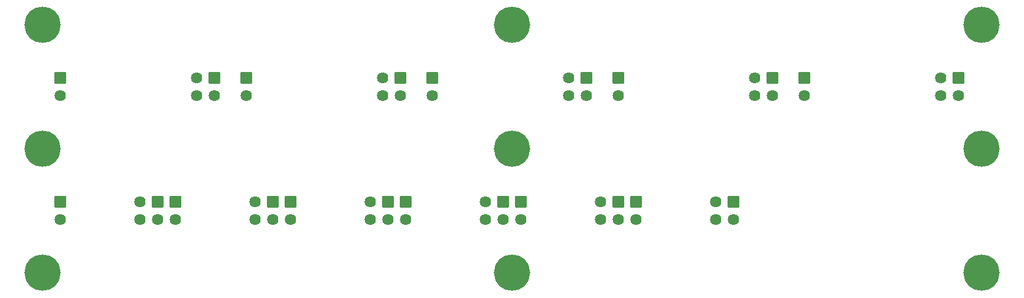
<source format=gbs>
G04 Layer: BottomSolderMaskLayer*
G04 EasyEDA v6.5.29, 2023-07-09 11:22:14*
G04 16bb6769e9674cb0b1f37b37bddf88b5,5a6b42c53f6a479593ecc07194224c93,10*
G04 Gerber Generator version 0.2*
G04 Scale: 100 percent, Rotated: No, Reflected: No *
G04 Dimensions in millimeters *
G04 leading zeros omitted , absolute positions ,4 integer and 5 decimal *
%FSLAX45Y45*%
%MOMM*%

%AMMACRO1*1,1,$1,$2,$3*1,1,$1,$4,$5*1,1,$1,0-$2,0-$3*1,1,$1,0-$4,0-$5*20,1,$1,$2,$3,$4,$5,0*20,1,$1,$4,$5,0-$2,0-$3,0*20,1,$1,0-$2,0-$3,0-$4,0-$5,0*20,1,$1,0-$4,0-$5,$2,$3,0*4,1,4,$2,$3,$4,$5,0-$2,0-$3,0-$4,0-$5,$2,$3,0*%
%ADD10MACRO1,0.1016X-0.762X-0.762X-0.762X0.762*%
%ADD11C,1.6256*%
%ADD12MACRO1,0.1016X-0.762X0.762X-0.762X-0.762*%
%ADD13C,5.2032*%

%LPD*%
D10*
G01*
X635000Y1396979D03*
D11*
G01*
X635000Y1142974D03*
D12*
G01*
X2032000Y1396979D03*
D11*
G01*
X1778000Y1396974D03*
G01*
X2032000Y1142974D03*
G01*
X1778000Y1142974D03*
D12*
G01*
X3682994Y1396977D03*
D11*
G01*
X3429000Y1396974D03*
G01*
X3683000Y1142974D03*
G01*
X3429000Y1142974D03*
D10*
G01*
X2285994Y1396977D03*
D11*
G01*
X2286000Y1142974D03*
D12*
G01*
X5333992Y1396977D03*
D11*
G01*
X5080000Y1396974D03*
G01*
X5334000Y1142974D03*
G01*
X5080000Y1142974D03*
D10*
G01*
X3936992Y1396977D03*
D11*
G01*
X3937000Y1142974D03*
D12*
G01*
X6984989Y1396977D03*
D11*
G01*
X6731000Y1396974D03*
G01*
X6985000Y1142974D03*
G01*
X6731000Y1142974D03*
D10*
G01*
X5587989Y1396977D03*
D11*
G01*
X5588000Y1142974D03*
D12*
G01*
X8635984Y1396977D03*
D11*
G01*
X8381974Y1396974D03*
G01*
X8635974Y1142974D03*
G01*
X8381974Y1142974D03*
D10*
G01*
X7238984Y1396977D03*
D11*
G01*
X7238974Y1142974D03*
D12*
G01*
X10286982Y1396977D03*
D11*
G01*
X10032974Y1396974D03*
G01*
X10286974Y1142974D03*
G01*
X10032974Y1142974D03*
D10*
G01*
X8889982Y1396977D03*
D11*
G01*
X8889974Y1142974D03*
D10*
G01*
X11302974Y3174974D03*
D11*
G01*
X11302974Y2920974D03*
D12*
G01*
X13512774Y3174974D03*
D11*
G01*
X13258774Y3174974D03*
G01*
X13512774Y2920974D03*
G01*
X13258774Y2920974D03*
D10*
G01*
X8635979Y3174974D03*
D11*
G01*
X8635974Y2920974D03*
D12*
G01*
X10845779Y3174974D03*
D11*
G01*
X10591774Y3174974D03*
G01*
X10845774Y2920974D03*
G01*
X10591774Y2920974D03*
D12*
G01*
X8178784Y3174974D03*
D11*
G01*
X7924774Y3174974D03*
G01*
X8178774Y2920974D03*
G01*
X7924774Y2920974D03*
D10*
G01*
X5968984Y3174974D03*
D11*
G01*
X5968974Y2920974D03*
D12*
G01*
X2847995Y3174972D03*
D11*
G01*
X2594000Y3174974D03*
G01*
X2848000Y2920974D03*
G01*
X2594000Y2920974D03*
D10*
G01*
X638195Y3174972D03*
D11*
G01*
X638200Y2920974D03*
D10*
G01*
X3301989Y3174974D03*
D11*
G01*
X3302000Y2920974D03*
D12*
G01*
X5511789Y3174974D03*
D11*
G01*
X5257800Y3174974D03*
G01*
X5511800Y2920974D03*
G01*
X5257800Y2920974D03*
D13*
G01*
X381000Y3936949D03*
G01*
X13842974Y3936974D03*
G01*
X7111974Y3936974D03*
G01*
X381000Y2158974D03*
G01*
X7111974Y2159000D03*
G01*
X13842974Y2159000D03*
G01*
X381000Y381000D03*
G01*
X7111974Y381025D03*
G01*
X13842974Y381025D03*
M02*

</source>
